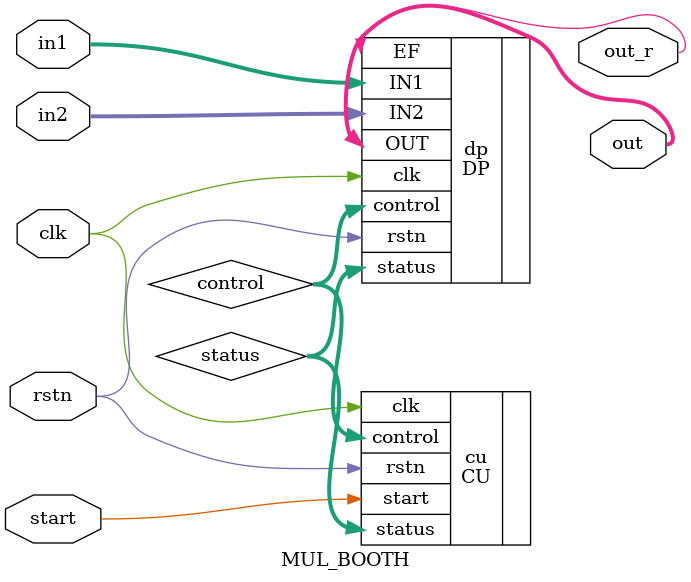
<source format=v>
module MUL_BOOTH(in1,
                 in2,
                 out,
                 out_r,
                 clk,
                 start,
                 rstn);
    parameter BIT_LEN = 4;
    
    input [BIT_LEN-1:0] in1, in2;
    input clk, start, rstn;
    output [2*BIT_LEN-1:0] out;
    output out_r;
    
    wire [1:0] status, control;
    
    CU cu (
    .status(status),
    .control(control),
    .start(start),
    .rstn(rstn),
    .clk(clk)
    );
    
    DP #(.BIT_LEN(BIT_LEN)) dp(
    .control(control),
    .IN1(in1),
    .IN2(in2),
    .OUT(out),
    .status(status),
    .EF(out_r),
    .rstn(rstn),
    .clk(clk)
    );
    
endmodule //mul_booth

</source>
